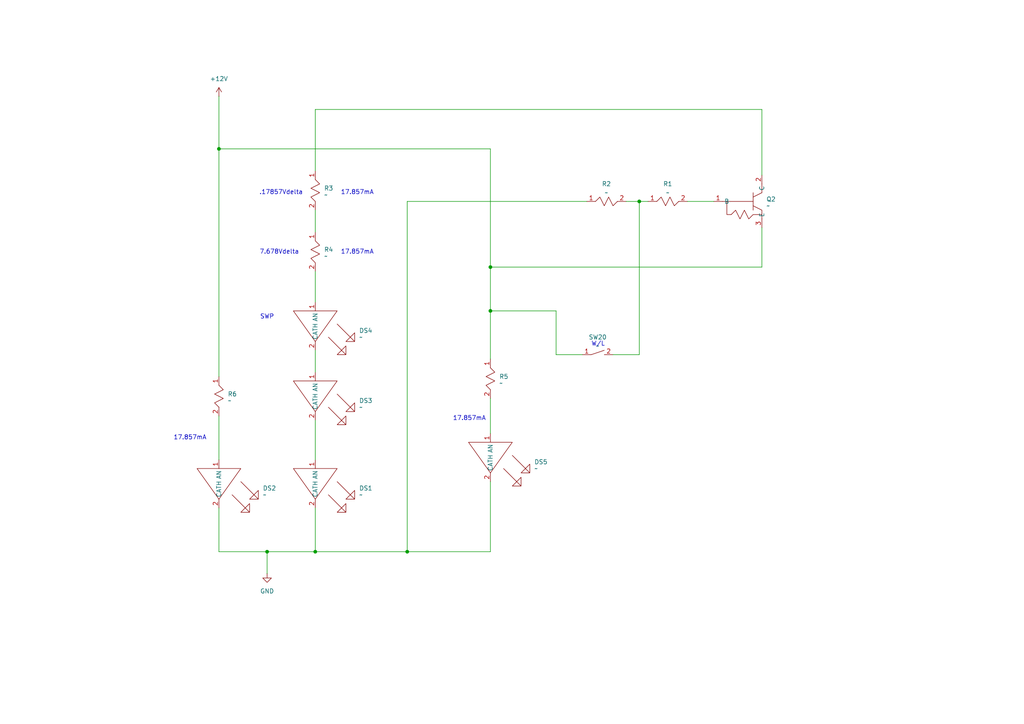
<source format=kicad_sch>
(kicad_sch (version 20231120) (generator "eeschema") (generator_version "8.0")
  (paper "A4")
  (lib_symbols
    (symbol "lexus ls400:100OHMRES"
      (property "Reference" "R" (at 5.334 3.556 0))
      (symbol "100OHMRES_0_1"
        (polyline (pts (xy 2.54 0) (xy 3.81 1.27) (xy 5.08 -1.27) (xy 6.35 1.27) (xy 7.62 -1.27) (xy 8.89 0)))
      )
      (symbol "100OHMRES_1_1"
        (pin bidirectional line (at 0 0 0) (length 2.54) (name "") (number "1"))
        (pin bidirectional line (at 11.43 0 180) (length 2.54) (name "") (number "2"))
      )
    )
    (symbol "lexus ls400:10OHMRES"
      (property "Reference" "R" (at 5.334 3.556 0))
      (symbol "10OHMRES_0_1"
        (polyline (pts (xy 2.54 0) (xy 3.81 1.27) (xy 5.08 -1.27) (xy 6.35 1.27) (xy 7.62 -1.27) (xy 8.89 0)))
      )
      (symbol "10OHMRES_1_1"
        (pin bidirectional line (at 0 0 0) (length 2.54) (name "") (number "1"))
        (pin bidirectional line (at 11.43 0 180) (length 2.54) (name "") (number "2"))
      )
    )
    (symbol "lexus ls400:2000OHMRES"
      (property "Reference" "R" (at 5.334 3.556 0))
      (symbol "2000OHMRES_0_1"
        (polyline (pts (xy 2.54 0) (xy 3.81 1.27) (xy 5.08 -1.27) (xy 6.35 1.27) (xy 7.62 -1.27) (xy 8.89 0)))
      )
      (symbol "2000OHMRES_1_1"
        (pin bidirectional line (at 0 0 0) (length 2.54) (name "") (number "1"))
        (pin bidirectional line (at 11.43 0 180) (length 2.54) (name "") (number "2"))
      )
    )
    (symbol "lexus ls400:430OHMRES"
      (property "Reference" "R" (at 5.334 3.556 0))
      (symbol "430OHMRES_0_1"
        (polyline (pts (xy 2.54 0) (xy 3.81 1.27) (xy 5.08 -1.27) (xy 6.35 1.27) (xy 7.62 -1.27) (xy 8.89 0)))
      )
      (symbol "430OHMRES_1_1"
        (pin bidirectional line (at 0 0 0) (length 2.54) (name "") (number "1"))
        (pin bidirectional line (at 11.43 0 180) (length 2.54) (name "") (number "2"))
      )
    )
    (symbol "lexus ls400:560OHMRES"
      (property "Reference" "R" (at 5.334 3.556 0))
      (symbol "560OHMRES_0_1"
        (polyline (pts (xy 2.54 0) (xy 3.81 1.27) (xy 5.08 -1.27) (xy 6.35 1.27) (xy 7.62 -1.27) (xy 8.89 0)))
      )
      (symbol "560OHMRES_1_1"
        (pin bidirectional line (at 0 0 0) (length 2.54) (name "") (number "1"))
        (pin bidirectional line (at 11.43 0 180) (length 2.54) (name "") (number "2"))
      )
    )
    (symbol "lexus ls400:CONTACTSWITCH"
      (property "Reference" "SW" (at 4.572 3.048 0))
      (symbol "CONTACTSWITCH_0_1"
        (polyline (pts (xy 2.54 0) (xy 6.35 1.27)))
      )
      (symbol "CONTACTSWITCH_1_1"
        (pin bidirectional line (at 0 0 0) (length 2.54) (name "") (number "1"))
        (pin bidirectional line (at 8.89 0 180) (length 2.54) (name "") (number "2"))
      )
    )
    (symbol "lexus ls400:HR1A4A"
      (property "Reference" "Q" (at 7.366 5.08 0))
      (symbol "HR1A4A_0_1"
        (polyline (pts (xy 2.54 0) (xy 11.43 0)))
        (polyline (pts (xy 11.43 0) (xy 11.43 0)))
        (polyline (pts (xy 11.43 1.27) (xy 13.97 2.54)))
        (polyline (pts (xy 11.43 2.54) (xy 11.43 -2.54)))
        (polyline (pts (xy 11.43 2.54) (xy 11.43 2.54)))
        (polyline (pts (xy 13.97 2.54) (xy 13.97 5.08)))
        (polyline (pts (xy 5.08 -3.81) (xy 3.81 -3.81) (xy 3.81 0)))
        (polyline (pts (xy 11.43 -1.27) (xy 13.97 -2.54) (xy 13.97 -5.08)))
        (polyline (pts (xy 13.97 -3.81) (xy 11.43 -3.81) (xy 10.16 -5.08) (xy 8.89 -2.54) (xy 7.62 -5.08) (xy 6.35 -2.54) (xy 5.08 -3.81)))
      )
      (symbol "HR1A4A_1_1"
        (pin bidirectional line (at 0 0 0) (length 2.54) (name "B") (number "1"))
        (pin bidirectional line (at 13.97 7.62 270) (length 2.54) (name "C") (number "2"))
        (pin bidirectional line (at 13.97 -7.62 90) (length 2.54) (name "E") (number "3"))
      )
    )
    (symbol "lexus ls400:SMTLEDGRN1206"
      (property "Reference" "DS" (at 11.176 2.794 0))
      (symbol "SMTLEDGRN1206_0_1"
        (polyline (pts (xy 11.43 0) (xy 2.54 6.35) (xy 2.54 -6.35) (xy 11.43 0)))
        (polyline (pts (xy 6.35 6.35) (xy 11.43 11.43) (xy 8.89 11.43) (xy 11.43 8.89) (xy 11.43 11.43)))
        (polyline (pts (xy 10.16 3.81) (xy 15.24 8.89) (xy 12.7 8.89) (xy 15.24 6.35) (xy 15.24 8.89)))
      )
      (symbol "SMTLEDGRN1206_1_1"
        (pin bidirectional line (at 0 0 0) (length 2.54) (name "AN") (number "1"))
        (pin bidirectional line (at 13.97 0 180) (length 2.54) (name "CATH") (number "2"))
      )
    )
    (symbol "power:+12V" (power) (pin_numbers hide) (pin_names (offset 0) hide)
      (property "Value" "+12V" (at 0 3.556 0))
      (symbol "+12V_0_1"
        (polyline (pts (xy -0.762 1.27) (xy 0 2.54)))
        (polyline (pts (xy 0 0) (xy 0 2.54)))
        (polyline (pts (xy 0 2.54) (xy 0.762 1.27)))
      )
      (symbol "+12V_1_1"
        (pin power_in line (at 0 0 90) (length 0) (name "~") (number "1"))
      )
    )
    (symbol "power:GND" (power) (pin_numbers hide) (pin_names (offset 0) hide)
      (property "Value" "GND" (at 0 -3.81 0))
      (symbol "GND_0_1"
        (polyline (pts (xy 0 0) (xy 0 -1.27) (xy 1.27 -1.27) (xy 0 -2.54) (xy -1.27 -1.27) (xy 0 -1.27)))
      )
      (symbol "GND_1_1"
        (pin power_in line (at 0 0 270) (length 0) (name "~") (number "1"))
      )
    )
  )
  (junction (at 142.24 90.17))
  (junction (at 118.11 160.02))
  (junction (at 142.24 77.47))
  (junction (at 63.5 43.18))
  (junction (at 185.42 58.42))
  (junction (at 91.44 160.02))
  (junction (at 77.47 160.02))
  (wire (pts (xy 142.24 139.7) (xy 142.24 160.02)))
  (wire (pts (xy 220.98 66.04) (xy 220.98 77.47)))
  (wire (pts (xy 142.24 43.18) (xy 63.5 43.18)))
  (wire (pts (xy 142.24 115.57) (xy 142.24 125.73)))
  (wire (pts (xy 91.44 160.02) (xy 77.47 160.02)))
  (wire (pts (xy 63.5 43.18) (xy 63.5 109.22)))
  (wire (pts (xy 63.5 133.35) (xy 63.5 120.65)))
  (wire (pts (xy 142.24 160.02) (xy 118.11 160.02)))
  (wire (pts (xy 142.24 77.47) (xy 142.24 43.18)))
  (wire (pts (xy 91.44 121.92) (xy 91.44 133.35)))
  (wire (pts (xy 220.98 77.47) (xy 142.24 77.47)))
  (wire (pts (xy 91.44 60.96) (xy 91.44 67.31)))
  (wire (pts (xy 91.44 101.6) (xy 91.44 107.95)))
  (wire (pts (xy 118.11 160.02) (xy 91.44 160.02)))
  (wire (pts (xy 177.8 102.87) (xy 185.42 102.87)))
  (wire (pts (xy 91.44 31.75) (xy 91.44 49.53)))
  (wire (pts (xy 220.98 31.75) (xy 91.44 31.75)))
  (wire (pts (xy 185.42 58.42) (xy 187.96 58.42)))
  (wire (pts (xy 63.5 27.94) (xy 63.5 43.18)))
  (wire (pts (xy 185.42 102.87) (xy 185.42 58.42)))
  (wire (pts (xy 199.39 58.42) (xy 207.01 58.42)))
  (wire (pts (xy 91.44 78.74) (xy 91.44 87.63)))
  (wire (pts (xy 142.24 104.14) (xy 142.24 90.17)))
  (wire (pts (xy 181.61 58.42) (xy 185.42 58.42)))
  (wire (pts (xy 168.91 102.87) (xy 161.29 102.87)))
  (wire (pts (xy 161.29 90.17) (xy 142.24 90.17)))
  (wire (pts (xy 63.5 147.32) (xy 63.5 160.02)))
  (wire (pts (xy 77.47 166.37) (xy 77.47 160.02)))
  (wire (pts (xy 161.29 102.87) (xy 161.29 90.17)))
  (wire (pts (xy 142.24 90.17) (xy 142.24 77.47)))
  (wire (pts (xy 77.47 160.02) (xy 63.5 160.02)))
  (wire (pts (xy 220.98 50.8) (xy 220.98 31.75)))
  (wire (pts (xy 91.44 147.32) (xy 91.44 160.02)))
  (wire (pts (xy 118.11 58.42) (xy 118.11 160.02)))
  (wire (pts (xy 170.18 58.42) (xy 118.11 58.42)))
  (text "SWP" (at 77.47 91.948 0) (effects (font (size 1.27 1.27))))
  (text "17.857mA" (at 103.632 55.88 0) (effects (font (size 1.27 1.27))))
  (text "17.857mA" (at 55.118 127 0) (effects (font (size 1.27 1.27))))
  (text "W/L" (at 173.482 99.822 0) (effects (font (size 1.27 1.27))))
  (text ".17857Vdelta" (at 81.534 55.88 0) (effects (font (size 1.27 1.27))))
  (text "17.857mA" (at 136.144 121.412 0) (effects (font (size 1.27 1.27))))
  (text "17.857mA" (at 103.632 73.152 0) (effects (font (size 1.27 1.27))))
  (text "7.678Vdelta" (at 81.026 73.152 0) (effects (font (size 1.27 1.27))))
  (symbol (lib_id "lexus ls400:SMTLEDGRN1206") (at 63.5 133.35 270) (unit 1)
    (property "Reference" "DS2" (at 76.2 141.6049 90) (effects (justify left)))
    (property "Value" "~" (at 76.2 143.51 90) (effects (justify left)))
  )
  (symbol (lib_id "power:+12V") (at 63.5 27.94 0) (unit 1)
    (property "Reference" "#PWR03" (effects (hide yes)))
    (property "Value" "+12V" (at 63.5 22.86 0))
    (property "Description" "Power symbol creates a global label with name \"+12V\"" (effects (hide yes)))
  )
  (symbol (lib_id "power:GND") (at 77.47 166.37 0) (unit 1)
    (property "Reference" "#PWR04" (effects (hide yes)))
    (property "Value" "GND" (at 77.47 171.45 0))
    (property "Description" "Power symbol creates a global label with name \"GND\" , ground" (effects (hide yes)))
  )
  (symbol (lib_id "lexus ls400:560OHMRES") (at 63.5 109.22 270) (unit 1)
    (property "Reference" "R6" (at 66.04 114.2999 90) (effects (justify left)))
    (property "Value" "~" (at 66.04 116.205 90) (effects (justify left)))
  )
  (symbol (lib_id "lexus ls400:SMTLEDGRN1206") (at 142.24 125.73 270) (unit 1)
    (property "Reference" "DS5" (at 154.94 133.9849 90) (effects (justify left)))
    (property "Value" "~" (at 154.94 135.89 90) (effects (justify left)))
  )
  (symbol (lib_id "lexus ls400:SMTLEDGRN1206") (at 91.44 133.35 270) (unit 1)
    (property "Reference" "DS1" (at 104.14 141.6049 90) (effects (justify left)))
    (property "Value" "~" (at 104.14 143.51 90) (effects (justify left)))
  )
  (symbol (lib_id "lexus ls400:SMTLEDGRN1206") (at 91.44 87.63 270) (unit 1)
    (property "Reference" "DS4" (at 104.14 95.8849 90) (effects (justify left)))
    (property "Value" "~" (at 104.14 97.79 90) (effects (justify left)))
  )
  (symbol (lib_id "lexus ls400:2000OHMRES") (at 170.18 58.42 0) (unit 1)
    (property "Reference" "R2" (at 175.895 53.34 0))
    (property "Value" "~" (at 175.895 55.88 0))
  )
  (symbol (lib_id "lexus ls400:10OHMRES") (at 91.44 49.53 270) (unit 1)
    (property "Reference" "R3" (at 93.98 54.6099 90) (effects (justify left)))
    (property "Value" "~" (at 93.98 56.515 90) (effects (justify left)))
  )
  (symbol (lib_id "lexus ls400:SMTLEDGRN1206") (at 91.44 107.95 270) (unit 1)
    (property "Reference" "DS3" (at 104.14 116.2049 90) (effects (justify left)))
    (property "Value" "~" (at 104.14 118.11 90) (effects (justify left)))
  )
  (symbol (lib_id "lexus ls400:CONTACTSWITCH") (at 168.91 102.87 0) (unit 1)
    (property "Reference" "SW20" (at 173.355 97.79 0))
    (property "Value" "~" (at 173.355 100.33 0))
  )
  (symbol (lib_id "lexus ls400:HR1A4A") (at 207.01 58.42 0) (unit 1)
    (property "Reference" "Q2" (at 222.25 57.7849 0) (effects (justify left)))
    (property "Value" "~" (at 222.25 59.69 0) (effects (justify left)))
  )
  (symbol (lib_id "lexus ls400:430OHMRES") (at 91.44 67.31 270) (unit 1)
    (property "Reference" "R4" (at 93.98 72.3899 90) (effects (justify left)))
    (property "Value" "~" (at 93.98 74.295 90) (effects (justify left)))
  )
  (symbol (lib_id "lexus ls400:560OHMRES") (at 142.24 104.14 270) (unit 1)
    (property "Reference" "R5" (at 144.78 109.2199 90) (effects (justify left)))
    (property "Value" "~" (at 144.78 111.125 90) (effects (justify left)))
  )
  (symbol (lib_id "lexus ls400:100OHMRES") (at 187.96 58.42 0) (unit 1)
    (property "Reference" "R1" (at 193.675 53.34 0))
    (property "Value" "~" (at 193.675 55.88 0))
  )
)
</source>
